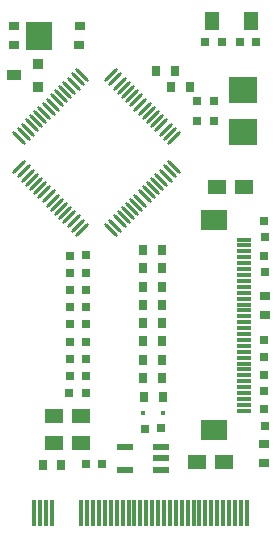
<source format=gbr>
%TF.GenerationSoftware,Altium Limited,Altium Designer,19.0.4 (130)*%
G04 Layer_Color=128*
%FSLAX26Y26*%
%MOIN*%
%TF.FileFunction,Paste,Bot*%
%TF.Part,Single*%
G01*
G75*
%TA.AperFunction,SMDPad,CuDef*%
%ADD12R,0.037992X0.031496*%
%ADD13R,0.047244X0.059055*%
%ADD31R,0.060000X0.050000*%
%ADD32R,0.031496X0.037992*%
%ADD33R,0.030000X0.030000*%
%ADD34R,0.055118X0.021654*%
%ADD35R,0.011811X0.015748*%
%ADD36R,0.050000X0.036000*%
%ADD37R,0.036000X0.036000*%
%ADD39R,0.030000X0.030000*%
%ADD40R,0.094488X0.086614*%
%ADD41R,0.037402X0.029528*%
%ADD42R,0.086614X0.094488*%
G04:AMPARAMS|DCode=43|XSize=9.842mil|YSize=61.024mil|CornerRadius=0mil|HoleSize=0mil|Usage=FLASHONLY|Rotation=225.000|XOffset=0mil|YOffset=0mil|HoleType=Round|Shape=Round|*
%AMOVALD43*
21,1,0.051181,0.009842,0.000000,0.000000,315.0*
1,1,0.009842,-0.018095,0.018095*
1,1,0.009842,0.018095,-0.018095*
%
%ADD43OVALD43*%

G04:AMPARAMS|DCode=44|XSize=9.842mil|YSize=61.024mil|CornerRadius=0mil|HoleSize=0mil|Usage=FLASHONLY|Rotation=135.000|XOffset=0mil|YOffset=0mil|HoleType=Round|Shape=Round|*
%AMOVALD44*
21,1,0.051181,0.009842,0.000000,0.000000,225.0*
1,1,0.009842,0.018095,0.018095*
1,1,0.009842,-0.018095,-0.018095*
%
%ADD44OVALD44*%

%ADD45R,0.051181X0.011811*%
%ADD46R,0.086614X0.070866*%
%TA.AperFunction,ConnectorPad*%
%ADD47R,0.013386X0.090551*%
%ADD48R,0.013386X0.090551*%
D12*
X4081127Y1314803D02*
D03*
Y1251811D02*
D03*
X4084213Y1808000D02*
D03*
Y1745008D02*
D03*
D13*
X4037000Y2723000D02*
D03*
X3907079D02*
D03*
D31*
X3924307Y2169000D02*
D03*
X4014307D02*
D03*
X3859999Y1254599D02*
D03*
X3949999D02*
D03*
X3381918Y1317954D02*
D03*
X3471918D02*
D03*
X3383000Y1408000D02*
D03*
X3473000D02*
D03*
D32*
X3833992Y2502000D02*
D03*
X3771000D02*
D03*
X3721000Y2557000D02*
D03*
X3783992D02*
D03*
X3344000Y1243000D02*
D03*
X3406992D02*
D03*
X3681000Y1471000D02*
D03*
X3743992D02*
D03*
X3742943Y1533494D02*
D03*
X3679951D02*
D03*
X3742935Y1718000D02*
D03*
X3679943D02*
D03*
X3743000Y1657000D02*
D03*
X3680008D02*
D03*
X3742943Y1778494D02*
D03*
X3679951D02*
D03*
X3742943Y1899494D02*
D03*
X3679951D02*
D03*
X3742943Y1959494D02*
D03*
X3679951D02*
D03*
X3742935Y1594494D02*
D03*
X3679943D02*
D03*
X3742943Y1838494D02*
D03*
X3679951D02*
D03*
D33*
X3489000Y1942000D02*
D03*
X3434000Y1941000D02*
D03*
X3740000Y1366000D02*
D03*
X3685000Y1365000D02*
D03*
X3434000Y1826000D02*
D03*
X3489000Y1827000D02*
D03*
X3434000Y1883000D02*
D03*
X3489000Y1884000D02*
D03*
Y1770000D02*
D03*
X3434000Y1769000D02*
D03*
X3542000Y1247000D02*
D03*
X3487000Y1246000D02*
D03*
X3488000Y1484000D02*
D03*
X3433000Y1483000D02*
D03*
X3489000Y1541000D02*
D03*
X3434000Y1540000D02*
D03*
X3489000Y1598000D02*
D03*
X3434000Y1597000D02*
D03*
X3489000Y1655000D02*
D03*
X3434000Y1654000D02*
D03*
X3489000Y1713000D02*
D03*
X3434000Y1712000D02*
D03*
X3941000Y2654000D02*
D03*
X3886000Y2653000D02*
D03*
X4056000Y2654000D02*
D03*
X4001000Y2653000D02*
D03*
X3859000Y2456000D02*
D03*
X3914000Y2457000D02*
D03*
X3859000Y2389000D02*
D03*
X3914000Y2390000D02*
D03*
D34*
X3620000Y1228000D02*
D03*
Y1302803D02*
D03*
X3738110Y1265402D02*
D03*
Y1302803D02*
D03*
Y1228000D02*
D03*
D35*
X3745000Y1416779D02*
D03*
X3679000D02*
D03*
D36*
X3249000Y2542000D02*
D03*
D37*
X3329000Y2505000D02*
D03*
Y2580000D02*
D03*
D39*
X4084000Y1886000D02*
D03*
X4083000Y1941000D02*
D03*
Y2057000D02*
D03*
X4084000Y2002000D02*
D03*
X4080629Y1658787D02*
D03*
X4081629Y1603787D02*
D03*
X4083000Y1429000D02*
D03*
X4084000Y1374000D02*
D03*
X4081725Y1544000D02*
D03*
X4082725Y1489000D02*
D03*
D40*
X4013000Y2355102D02*
D03*
Y2492898D02*
D03*
D41*
X3467000Y2706000D02*
D03*
X3466000Y2644500D02*
D03*
X3247000D02*
D03*
Y2706000D02*
D03*
D42*
X3332000Y2675000D02*
D03*
D43*
X3475302Y2542494D02*
D03*
X3461383Y2528574D02*
D03*
X3447463Y2514655D02*
D03*
X3433544Y2500735D02*
D03*
X3419625Y2486816D02*
D03*
X3405705Y2472896D02*
D03*
X3391786Y2458977D02*
D03*
X3377866Y2445058D02*
D03*
X3363947Y2431138D02*
D03*
X3350027Y2417219D02*
D03*
X3336108Y2403300D02*
D03*
X3322189Y2389380D02*
D03*
X3308269Y2375461D02*
D03*
X3294350Y2361541D02*
D03*
X3280430Y2347622D02*
D03*
X3266511Y2333702D02*
D03*
X3572716Y2027497D02*
D03*
X3586635Y2041417D02*
D03*
X3600555Y2055336D02*
D03*
X3614474Y2069256D02*
D03*
X3628394Y2083175D02*
D03*
X3642313Y2097094D02*
D03*
X3656233Y2111014D02*
D03*
X3670152Y2124933D02*
D03*
X3684071Y2138853D02*
D03*
X3697991Y2152772D02*
D03*
X3711910Y2166691D02*
D03*
X3725830Y2180611D02*
D03*
X3739749Y2194530D02*
D03*
X3753669Y2208450D02*
D03*
X3767588Y2222369D02*
D03*
X3781507Y2236289D02*
D03*
D44*
X3266511D02*
D03*
X3280430Y2222369D02*
D03*
X3294350Y2208450D02*
D03*
X3308269Y2194530D02*
D03*
X3322189Y2180611D02*
D03*
X3336108Y2166691D02*
D03*
X3350027Y2152772D02*
D03*
X3363947Y2138853D02*
D03*
X3377866Y2124933D02*
D03*
X3391786Y2111014D02*
D03*
X3405705Y2097094D02*
D03*
X3419624Y2083175D02*
D03*
X3433544Y2069256D02*
D03*
X3447463Y2055336D02*
D03*
X3461383Y2041417D02*
D03*
X3475302Y2027497D02*
D03*
X3781507Y2333702D02*
D03*
X3767588Y2347622D02*
D03*
X3753669Y2361541D02*
D03*
X3739749Y2375461D02*
D03*
X3725830Y2389380D02*
D03*
X3711910Y2403299D02*
D03*
X3697991Y2417219D02*
D03*
X3684071Y2431138D02*
D03*
X3670152Y2445058D02*
D03*
X3656233Y2458977D02*
D03*
X3642313Y2472896D02*
D03*
X3628394Y2486816D02*
D03*
X3614474Y2500735D02*
D03*
X3600555Y2514655D02*
D03*
X3586635Y2528574D02*
D03*
X3572716Y2542494D02*
D03*
D45*
X4014307Y1995039D02*
D03*
Y1975354D02*
D03*
Y1955669D02*
D03*
Y1935984D02*
D03*
Y1916299D02*
D03*
Y1896614D02*
D03*
Y1876929D02*
D03*
Y1857244D02*
D03*
Y1837559D02*
D03*
Y1817874D02*
D03*
Y1798189D02*
D03*
Y1778504D02*
D03*
Y1758819D02*
D03*
Y1739134D02*
D03*
Y1719449D02*
D03*
Y1699764D02*
D03*
Y1680079D02*
D03*
Y1660393D02*
D03*
Y1640708D02*
D03*
Y1621023D02*
D03*
Y1601338D02*
D03*
Y1542283D02*
D03*
Y1522598D02*
D03*
Y1502913D02*
D03*
Y1483228D02*
D03*
Y1463543D02*
D03*
Y1443858D02*
D03*
Y1424173D02*
D03*
Y1561968D02*
D03*
Y1581653D02*
D03*
D46*
X3916000Y2060000D02*
D03*
X3916000Y1359212D02*
D03*
D47*
X3472987Y1084995D02*
D03*
X3591105D02*
D03*
D48*
X3945441Y1085001D02*
D03*
X4024169Y1084997D02*
D03*
X4004494Y1084998D02*
D03*
X3335202Y1084996D02*
D03*
X3315508Y1084999D02*
D03*
X3374572Y1084996D02*
D03*
X3354878Y1084999D02*
D03*
X3492673Y1084988D02*
D03*
X3512358Y1084998D02*
D03*
X3571423Y1084997D02*
D03*
X3551729Y1084998D02*
D03*
X3532052Y1084997D02*
D03*
X3610793D02*
D03*
X3630477Y1085002D02*
D03*
X3925742Y1085000D02*
D03*
X3906068Y1085002D02*
D03*
X3886374Y1085003D02*
D03*
X3965115Y1085002D02*
D03*
X3984800Y1084997D02*
D03*
X3807633Y1085003D02*
D03*
X3787957Y1085002D02*
D03*
X3768264Y1085003D02*
D03*
X3847003D02*
D03*
X3866698Y1085002D02*
D03*
X3827327D02*
D03*
X3728894Y1085003D02*
D03*
X3748588Y1085002D02*
D03*
X3709218D02*
D03*
X3650153Y1085003D02*
D03*
X3689523D02*
D03*
X3669847Y1085001D02*
D03*
%TF.MD5,39603cbffef9d536c354f6fc681a3cda*%
M02*

</source>
